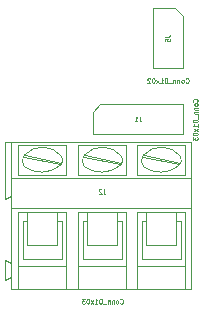
<source format=gbr>
G04 #@! TF.FileFunction,Other,Fab,Bot*
%FSLAX46Y46*%
G04 Gerber Fmt 4.6, Leading zero omitted, Abs format (unit mm)*
G04 Created by KiCad (PCBNEW 4.0.7) date 01/29/18 07:06:24*
%MOMM*%
%LPD*%
G01*
G04 APERTURE LIST*
%ADD10C,0.100000*%
%ADD11C,0.090000*%
G04 APERTURE END LIST*
D10*
X149620000Y-100783000D02*
X149620000Y-102688000D01*
X149620000Y-102688000D02*
X157240000Y-102688000D01*
X157240000Y-102688000D02*
X157240000Y-100148000D01*
X157240000Y-100148000D02*
X150255000Y-100148000D01*
X150255000Y-100148000D02*
X149620000Y-100783000D01*
X142722000Y-108896000D02*
X157902000Y-108896000D01*
X147362000Y-113536000D02*
X147362000Y-109286000D01*
X143292000Y-115756000D02*
X147802000Y-115756000D01*
X147802000Y-106356000D02*
X142782000Y-106356000D01*
X157962000Y-103316000D02*
X142722000Y-103316000D01*
X146962000Y-109286000D02*
X143662000Y-109286000D01*
X147342000Y-109286000D02*
X146962000Y-109286000D01*
X143282000Y-109286000D02*
X143662000Y-109286000D01*
X146812000Y-105216000D02*
X143762000Y-104586000D01*
X146942000Y-105086000D02*
X143892000Y-104456000D01*
X143282000Y-106106000D02*
X147342000Y-106106000D01*
X143282000Y-103566000D02*
X143282000Y-106106000D01*
X147342000Y-103566000D02*
X143282000Y-103566000D01*
X147342000Y-106106000D02*
X147342000Y-103566000D01*
X142722000Y-106356000D02*
X142722000Y-107886000D01*
X142722000Y-108896000D02*
X142722000Y-113596000D01*
X142722000Y-107886000D02*
X142722000Y-108896000D01*
X143662000Y-110046000D02*
X144042000Y-110046000D01*
X146962000Y-110046000D02*
X146582000Y-110046000D01*
X146962000Y-113216000D02*
X146962000Y-110046000D01*
X143662000Y-113216000D02*
X146962000Y-113216000D01*
X143662000Y-113216000D02*
X143662000Y-110046000D01*
X143282000Y-113856000D02*
X143282000Y-115756000D01*
X147342000Y-113856000D02*
X143282000Y-113856000D01*
X143282000Y-115756000D02*
X142722000Y-115756000D01*
X143282000Y-109286000D02*
X143282000Y-113856000D01*
X147342000Y-115756000D02*
X147342000Y-113856000D01*
X142212000Y-113346000D02*
X142212000Y-114996000D01*
X142722000Y-113596000D02*
X142722000Y-114746000D01*
X142212000Y-113346000D02*
X142722000Y-113596000D01*
X142722000Y-114746000D02*
X142722000Y-115756000D01*
X142212000Y-114996000D02*
X142722000Y-114746000D01*
X142212000Y-108136000D02*
X142722000Y-107886000D01*
X142212000Y-103316000D02*
X142212000Y-108136000D01*
X142722000Y-103316000D02*
X142212000Y-103316000D01*
X142722000Y-103316000D02*
X142722000Y-106356000D01*
X146582000Y-112076000D02*
X146582000Y-109286000D01*
X146582000Y-109286000D02*
X144042000Y-109286000D01*
X144042000Y-112076000D02*
X144042000Y-109286000D01*
X146582000Y-112076000D02*
X144042000Y-112076000D01*
X156662000Y-112076000D02*
X154122000Y-112076000D01*
X154122000Y-112076000D02*
X154122000Y-109286000D01*
X156662000Y-109286000D02*
X154122000Y-109286000D01*
X156662000Y-112076000D02*
X156662000Y-109286000D01*
X151662000Y-112076000D02*
X149122000Y-112076000D01*
X149122000Y-112076000D02*
X149122000Y-109286000D01*
X151662000Y-109286000D02*
X149122000Y-109286000D01*
X151662000Y-112076000D02*
X151662000Y-109286000D01*
X147362000Y-114746000D02*
X147362000Y-115756000D01*
X147362000Y-113596000D02*
X147362000Y-114746000D01*
X152422000Y-115756000D02*
X152422000Y-113856000D01*
X148362000Y-109286000D02*
X148362000Y-113856000D01*
X152422000Y-115756000D02*
X148362000Y-115756000D01*
X148362000Y-115756000D02*
X147802000Y-115756000D01*
X153362000Y-115756000D02*
X153362000Y-113856000D01*
X153362000Y-115756000D02*
X152422000Y-115756000D01*
X157432000Y-109286000D02*
X157432000Y-113856000D01*
X157962000Y-115756000D02*
X157432000Y-115756000D01*
X157432000Y-115756000D02*
X153362000Y-115756000D01*
X152422000Y-113856000D02*
X148362000Y-113856000D01*
X152422000Y-113856000D02*
X152422000Y-109286000D01*
X148362000Y-113856000D02*
X148362000Y-115756000D01*
X153362000Y-113856000D02*
X157432000Y-113856000D01*
X153362000Y-113856000D02*
X153362000Y-109286000D01*
X157432000Y-113856000D02*
X157432000Y-115756000D01*
X148742000Y-113216000D02*
X148742000Y-110046000D01*
X148742000Y-113216000D02*
X152042000Y-113216000D01*
X152042000Y-113216000D02*
X152042000Y-110046000D01*
X153742000Y-113216000D02*
X153742000Y-110046000D01*
X153742000Y-113216000D02*
X157052000Y-113216000D01*
X157052000Y-113216000D02*
X157052000Y-110046000D01*
X157052000Y-110046000D02*
X156662000Y-110046000D01*
X153742000Y-110046000D02*
X154122000Y-110046000D01*
X152042000Y-110046000D02*
X151662000Y-110046000D01*
X148742000Y-110046000D02*
X149122000Y-110046000D01*
X157962000Y-115756000D02*
X157962000Y-108896000D01*
X157962000Y-108896000D02*
X157962000Y-106356000D01*
X157962000Y-106356000D02*
X147802000Y-106356000D01*
X157962000Y-106356000D02*
X157962000Y-103316000D01*
X152422000Y-106106000D02*
X152422000Y-103566000D01*
X152422000Y-103566000D02*
X148362000Y-103566000D01*
X148362000Y-103566000D02*
X148362000Y-106106000D01*
X148362000Y-106106000D02*
X152422000Y-106106000D01*
X153362000Y-106106000D02*
X153362000Y-103566000D01*
X153362000Y-106106000D02*
X157432000Y-106106000D01*
X157432000Y-106106000D02*
X157432000Y-103566000D01*
X153362000Y-103566000D02*
X157432000Y-103566000D01*
X152022000Y-105086000D02*
X148972000Y-104456000D01*
X151892000Y-105216000D02*
X148842000Y-104586000D01*
X157022000Y-105086000D02*
X153972000Y-104456000D01*
X156892000Y-105216000D02*
X153852000Y-104586000D01*
X157432000Y-109286000D02*
X157052000Y-109286000D01*
X153362000Y-109286000D02*
X153742000Y-109286000D01*
X153742000Y-109286000D02*
X157052000Y-109286000D01*
X148362000Y-109286000D02*
X148742000Y-109286000D01*
X152422000Y-109286000D02*
X152042000Y-109286000D01*
X152042000Y-109286000D02*
X148742000Y-109286000D01*
X146884972Y-104477301D02*
G75*
G02X146742000Y-105406000I-432972J-408699D01*
G01*
X143793761Y-104474313D02*
G75*
G02X146942000Y-104536000I1548239J-1351687D01*
G01*
X146784333Y-105367737D02*
G75*
G02X143802000Y-105416000I-1522333J1901737D01*
G01*
X143836380Y-105449996D02*
G75*
G02X143792000Y-104486000I455620J503996D01*
G01*
X148916380Y-105449996D02*
G75*
G02X148872000Y-104486000I455620J503996D01*
G01*
X151864333Y-105367737D02*
G75*
G02X148882000Y-105416000I-1522333J1901737D01*
G01*
X148873761Y-104474313D02*
G75*
G02X152022000Y-104536000I1548239J-1351687D01*
G01*
X151964972Y-104477301D02*
G75*
G02X151822000Y-105406000I-432972J-408699D01*
G01*
X153926468Y-105459995D02*
G75*
G02X153872000Y-104486000I455532J513995D01*
G01*
X156864333Y-105367737D02*
G75*
G02X153882000Y-105416000I-1522333J1901737D01*
G01*
X153873761Y-104474313D02*
G75*
G02X157022000Y-104536000I1548239J-1351687D01*
G01*
X156977426Y-104486995D02*
G75*
G02X156822000Y-105406000I-435426J-399005D01*
G01*
X156605000Y-92020000D02*
X154700000Y-92020000D01*
X154700000Y-92020000D02*
X154700000Y-97100000D01*
X154700000Y-97100000D02*
X157240000Y-97100000D01*
X157240000Y-97100000D02*
X157240000Y-92655000D01*
X157240000Y-92655000D02*
X156605000Y-92020000D01*
D11*
X158442857Y-99922763D02*
X158461905Y-99903715D01*
X158480952Y-99846572D01*
X158480952Y-99808477D01*
X158461905Y-99751334D01*
X158423810Y-99713239D01*
X158385714Y-99694191D01*
X158309524Y-99675143D01*
X158252381Y-99675143D01*
X158176190Y-99694191D01*
X158138095Y-99713239D01*
X158100000Y-99751334D01*
X158080952Y-99808477D01*
X158080952Y-99846572D01*
X158100000Y-99903715D01*
X158119048Y-99922763D01*
X158480952Y-100151334D02*
X158461905Y-100113239D01*
X158442857Y-100094191D01*
X158404762Y-100075143D01*
X158290476Y-100075143D01*
X158252381Y-100094191D01*
X158233333Y-100113239D01*
X158214286Y-100151334D01*
X158214286Y-100208477D01*
X158233333Y-100246572D01*
X158252381Y-100265620D01*
X158290476Y-100284667D01*
X158404762Y-100284667D01*
X158442857Y-100265620D01*
X158461905Y-100246572D01*
X158480952Y-100208477D01*
X158480952Y-100151334D01*
X158214286Y-100456096D02*
X158480952Y-100456096D01*
X158252381Y-100456096D02*
X158233333Y-100475144D01*
X158214286Y-100513239D01*
X158214286Y-100570382D01*
X158233333Y-100608477D01*
X158271429Y-100627525D01*
X158480952Y-100627525D01*
X158214286Y-100818001D02*
X158480952Y-100818001D01*
X158252381Y-100818001D02*
X158233333Y-100837049D01*
X158214286Y-100875144D01*
X158214286Y-100932287D01*
X158233333Y-100970382D01*
X158271429Y-100989430D01*
X158480952Y-100989430D01*
X158519048Y-101084668D02*
X158519048Y-101389430D01*
X158080952Y-101560859D02*
X158080952Y-101598954D01*
X158100000Y-101637049D01*
X158119048Y-101656097D01*
X158157143Y-101675144D01*
X158233333Y-101694192D01*
X158328571Y-101694192D01*
X158404762Y-101675144D01*
X158442857Y-101656097D01*
X158461905Y-101637049D01*
X158480952Y-101598954D01*
X158480952Y-101560859D01*
X158461905Y-101522763D01*
X158442857Y-101503716D01*
X158404762Y-101484668D01*
X158328571Y-101465620D01*
X158233333Y-101465620D01*
X158157143Y-101484668D01*
X158119048Y-101503716D01*
X158100000Y-101522763D01*
X158080952Y-101560859D01*
X158480952Y-102075144D02*
X158480952Y-101846572D01*
X158480952Y-101960858D02*
X158080952Y-101960858D01*
X158138095Y-101922763D01*
X158176190Y-101884668D01*
X158195238Y-101846572D01*
X158480952Y-102208477D02*
X158214286Y-102418001D01*
X158214286Y-102208477D02*
X158480952Y-102418001D01*
X158080952Y-102646573D02*
X158080952Y-102684668D01*
X158100000Y-102722763D01*
X158119048Y-102741811D01*
X158157143Y-102760858D01*
X158233333Y-102779906D01*
X158328571Y-102779906D01*
X158404762Y-102760858D01*
X158442857Y-102741811D01*
X158461905Y-102722763D01*
X158480952Y-102684668D01*
X158480952Y-102646573D01*
X158461905Y-102608477D01*
X158442857Y-102589430D01*
X158404762Y-102570382D01*
X158328571Y-102551334D01*
X158233333Y-102551334D01*
X158157143Y-102570382D01*
X158119048Y-102589430D01*
X158100000Y-102608477D01*
X158080952Y-102646573D01*
X158080952Y-102913239D02*
X158080952Y-103160858D01*
X158233333Y-103027525D01*
X158233333Y-103084667D01*
X158252381Y-103122763D01*
X158271429Y-103141810D01*
X158309524Y-103160858D01*
X158404762Y-103160858D01*
X158442857Y-103141810D01*
X158461905Y-103122763D01*
X158480952Y-103084667D01*
X158480952Y-102970382D01*
X158461905Y-102932286D01*
X158442857Y-102913239D01*
X153563333Y-101198952D02*
X153563333Y-101484667D01*
X153582381Y-101541810D01*
X153620476Y-101579905D01*
X153677619Y-101598952D01*
X153715714Y-101598952D01*
X153163333Y-101598952D02*
X153391905Y-101598952D01*
X153277619Y-101598952D02*
X153277619Y-101198952D01*
X153315714Y-101256095D01*
X153353809Y-101294190D01*
X153391905Y-101313238D01*
X151927237Y-116988857D02*
X151946285Y-117007905D01*
X152003428Y-117026952D01*
X152041523Y-117026952D01*
X152098666Y-117007905D01*
X152136761Y-116969810D01*
X152155809Y-116931714D01*
X152174857Y-116855524D01*
X152174857Y-116798381D01*
X152155809Y-116722190D01*
X152136761Y-116684095D01*
X152098666Y-116646000D01*
X152041523Y-116626952D01*
X152003428Y-116626952D01*
X151946285Y-116646000D01*
X151927237Y-116665048D01*
X151698666Y-117026952D02*
X151736761Y-117007905D01*
X151755809Y-116988857D01*
X151774857Y-116950762D01*
X151774857Y-116836476D01*
X151755809Y-116798381D01*
X151736761Y-116779333D01*
X151698666Y-116760286D01*
X151641523Y-116760286D01*
X151603428Y-116779333D01*
X151584380Y-116798381D01*
X151565333Y-116836476D01*
X151565333Y-116950762D01*
X151584380Y-116988857D01*
X151603428Y-117007905D01*
X151641523Y-117026952D01*
X151698666Y-117026952D01*
X151393904Y-116760286D02*
X151393904Y-117026952D01*
X151393904Y-116798381D02*
X151374856Y-116779333D01*
X151336761Y-116760286D01*
X151279618Y-116760286D01*
X151241523Y-116779333D01*
X151222475Y-116817429D01*
X151222475Y-117026952D01*
X151031999Y-116760286D02*
X151031999Y-117026952D01*
X151031999Y-116798381D02*
X151012951Y-116779333D01*
X150974856Y-116760286D01*
X150917713Y-116760286D01*
X150879618Y-116779333D01*
X150860570Y-116817429D01*
X150860570Y-117026952D01*
X150765332Y-117065048D02*
X150460570Y-117065048D01*
X150289141Y-116626952D02*
X150251046Y-116626952D01*
X150212951Y-116646000D01*
X150193903Y-116665048D01*
X150174856Y-116703143D01*
X150155808Y-116779333D01*
X150155808Y-116874571D01*
X150174856Y-116950762D01*
X150193903Y-116988857D01*
X150212951Y-117007905D01*
X150251046Y-117026952D01*
X150289141Y-117026952D01*
X150327237Y-117007905D01*
X150346284Y-116988857D01*
X150365332Y-116950762D01*
X150384380Y-116874571D01*
X150384380Y-116779333D01*
X150365332Y-116703143D01*
X150346284Y-116665048D01*
X150327237Y-116646000D01*
X150289141Y-116626952D01*
X149774856Y-117026952D02*
X150003428Y-117026952D01*
X149889142Y-117026952D02*
X149889142Y-116626952D01*
X149927237Y-116684095D01*
X149965332Y-116722190D01*
X150003428Y-116741238D01*
X149641523Y-117026952D02*
X149431999Y-116760286D01*
X149641523Y-116760286D02*
X149431999Y-117026952D01*
X149203427Y-116626952D02*
X149165332Y-116626952D01*
X149127237Y-116646000D01*
X149108189Y-116665048D01*
X149089142Y-116703143D01*
X149070094Y-116779333D01*
X149070094Y-116874571D01*
X149089142Y-116950762D01*
X149108189Y-116988857D01*
X149127237Y-117007905D01*
X149165332Y-117026952D01*
X149203427Y-117026952D01*
X149241523Y-117007905D01*
X149260570Y-116988857D01*
X149279618Y-116950762D01*
X149298666Y-116874571D01*
X149298666Y-116779333D01*
X149279618Y-116703143D01*
X149260570Y-116665048D01*
X149241523Y-116646000D01*
X149203427Y-116626952D01*
X148936761Y-116626952D02*
X148689142Y-116626952D01*
X148822475Y-116779333D01*
X148765333Y-116779333D01*
X148727237Y-116798381D01*
X148708190Y-116817429D01*
X148689142Y-116855524D01*
X148689142Y-116950762D01*
X148708190Y-116988857D01*
X148727237Y-117007905D01*
X148765333Y-117026952D01*
X148879618Y-117026952D01*
X148917714Y-117007905D01*
X148936761Y-116988857D01*
X150515333Y-107326952D02*
X150515333Y-107612667D01*
X150534381Y-107669810D01*
X150572476Y-107707905D01*
X150629619Y-107726952D01*
X150667714Y-107726952D01*
X150343905Y-107365048D02*
X150324857Y-107346000D01*
X150286762Y-107326952D01*
X150191524Y-107326952D01*
X150153428Y-107346000D01*
X150134381Y-107365048D01*
X150115333Y-107403143D01*
X150115333Y-107441238D01*
X150134381Y-107498381D01*
X150362952Y-107726952D01*
X150115333Y-107726952D01*
X157465237Y-98302857D02*
X157484285Y-98321905D01*
X157541428Y-98340952D01*
X157579523Y-98340952D01*
X157636666Y-98321905D01*
X157674761Y-98283810D01*
X157693809Y-98245714D01*
X157712857Y-98169524D01*
X157712857Y-98112381D01*
X157693809Y-98036190D01*
X157674761Y-97998095D01*
X157636666Y-97960000D01*
X157579523Y-97940952D01*
X157541428Y-97940952D01*
X157484285Y-97960000D01*
X157465237Y-97979048D01*
X157236666Y-98340952D02*
X157274761Y-98321905D01*
X157293809Y-98302857D01*
X157312857Y-98264762D01*
X157312857Y-98150476D01*
X157293809Y-98112381D01*
X157274761Y-98093333D01*
X157236666Y-98074286D01*
X157179523Y-98074286D01*
X157141428Y-98093333D01*
X157122380Y-98112381D01*
X157103333Y-98150476D01*
X157103333Y-98264762D01*
X157122380Y-98302857D01*
X157141428Y-98321905D01*
X157179523Y-98340952D01*
X157236666Y-98340952D01*
X156931904Y-98074286D02*
X156931904Y-98340952D01*
X156931904Y-98112381D02*
X156912856Y-98093333D01*
X156874761Y-98074286D01*
X156817618Y-98074286D01*
X156779523Y-98093333D01*
X156760475Y-98131429D01*
X156760475Y-98340952D01*
X156569999Y-98074286D02*
X156569999Y-98340952D01*
X156569999Y-98112381D02*
X156550951Y-98093333D01*
X156512856Y-98074286D01*
X156455713Y-98074286D01*
X156417618Y-98093333D01*
X156398570Y-98131429D01*
X156398570Y-98340952D01*
X156303332Y-98379048D02*
X155998570Y-98379048D01*
X155827141Y-97940952D02*
X155789046Y-97940952D01*
X155750951Y-97960000D01*
X155731903Y-97979048D01*
X155712856Y-98017143D01*
X155693808Y-98093333D01*
X155693808Y-98188571D01*
X155712856Y-98264762D01*
X155731903Y-98302857D01*
X155750951Y-98321905D01*
X155789046Y-98340952D01*
X155827141Y-98340952D01*
X155865237Y-98321905D01*
X155884284Y-98302857D01*
X155903332Y-98264762D01*
X155922380Y-98188571D01*
X155922380Y-98093333D01*
X155903332Y-98017143D01*
X155884284Y-97979048D01*
X155865237Y-97960000D01*
X155827141Y-97940952D01*
X155312856Y-98340952D02*
X155541428Y-98340952D01*
X155427142Y-98340952D02*
X155427142Y-97940952D01*
X155465237Y-97998095D01*
X155503332Y-98036190D01*
X155541428Y-98055238D01*
X155179523Y-98340952D02*
X154969999Y-98074286D01*
X155179523Y-98074286D02*
X154969999Y-98340952D01*
X154741427Y-97940952D02*
X154703332Y-97940952D01*
X154665237Y-97960000D01*
X154646189Y-97979048D01*
X154627142Y-98017143D01*
X154608094Y-98093333D01*
X154608094Y-98188571D01*
X154627142Y-98264762D01*
X154646189Y-98302857D01*
X154665237Y-98321905D01*
X154703332Y-98340952D01*
X154741427Y-98340952D01*
X154779523Y-98321905D01*
X154798570Y-98302857D01*
X154817618Y-98264762D01*
X154836666Y-98188571D01*
X154836666Y-98093333D01*
X154817618Y-98017143D01*
X154798570Y-97979048D01*
X154779523Y-97960000D01*
X154741427Y-97940952D01*
X154455714Y-97979048D02*
X154436666Y-97960000D01*
X154398571Y-97940952D01*
X154303333Y-97940952D01*
X154265237Y-97960000D01*
X154246190Y-97979048D01*
X154227142Y-98017143D01*
X154227142Y-98055238D01*
X154246190Y-98112381D01*
X154474761Y-98340952D01*
X154227142Y-98340952D01*
X155750952Y-94426667D02*
X156036667Y-94426667D01*
X156093810Y-94407619D01*
X156131905Y-94369524D01*
X156150952Y-94312381D01*
X156150952Y-94274286D01*
X155750952Y-94807619D02*
X155750952Y-94617143D01*
X155941429Y-94598095D01*
X155922381Y-94617143D01*
X155903333Y-94655238D01*
X155903333Y-94750476D01*
X155922381Y-94788572D01*
X155941429Y-94807619D01*
X155979524Y-94826667D01*
X156074762Y-94826667D01*
X156112857Y-94807619D01*
X156131905Y-94788572D01*
X156150952Y-94750476D01*
X156150952Y-94655238D01*
X156131905Y-94617143D01*
X156112857Y-94598095D01*
M02*

</source>
